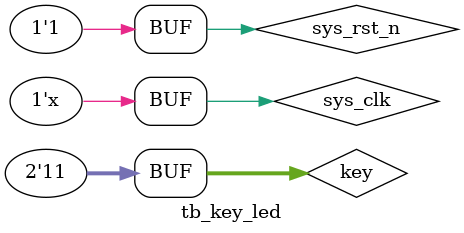
<source format=v>
`timescale 1ns/1ns

module tb_key_led();

parameter CLK_PERIOD = 20;
parameter  CNT_MAX = 25'd25;//¼ÆÊýÆ÷¼ÆÊ±500ns£¬½öÓÃÓÚ·ÂÕæ     

reg             sys_clk;
reg             sys_rst_n;
reg     [1:0]   key;
wire    [1:0]   led;

initial begin
    sys_clk     <= 1'b0;
    sys_rst_n   <= 1'b0;
    key         <= 2'b11;//°´¼üÃ»ÓÐ±»°´ÏÂ
    #200
    sys_rst_n   <= 1'b1;
    #2000
    key <= 2'b10;//°´ÏÂKEY0
    #2000
    key <= 2'b11;//°´¼üÃ»ÓÐ±»°´ÏÂ
    #2000
    key <= 2'b01;//°´ÏÂKEY1
    #2000
    key <= 2'b11;//°´¼üÃ»ÓÐ±»°´ÏÂ  
end

always #(CLK_PERIOD/2) sys_clk <= ~sys_clk;


key_led #(
    .CNT_MAX        (CNT_MAX)    
    ) 
u_key_led(
    .sys_clk        (sys_clk),
    .sys_rst_n      (sys_rst_n),
    .key            (key),
    .led            (led) 
    );

endmodule















</source>
